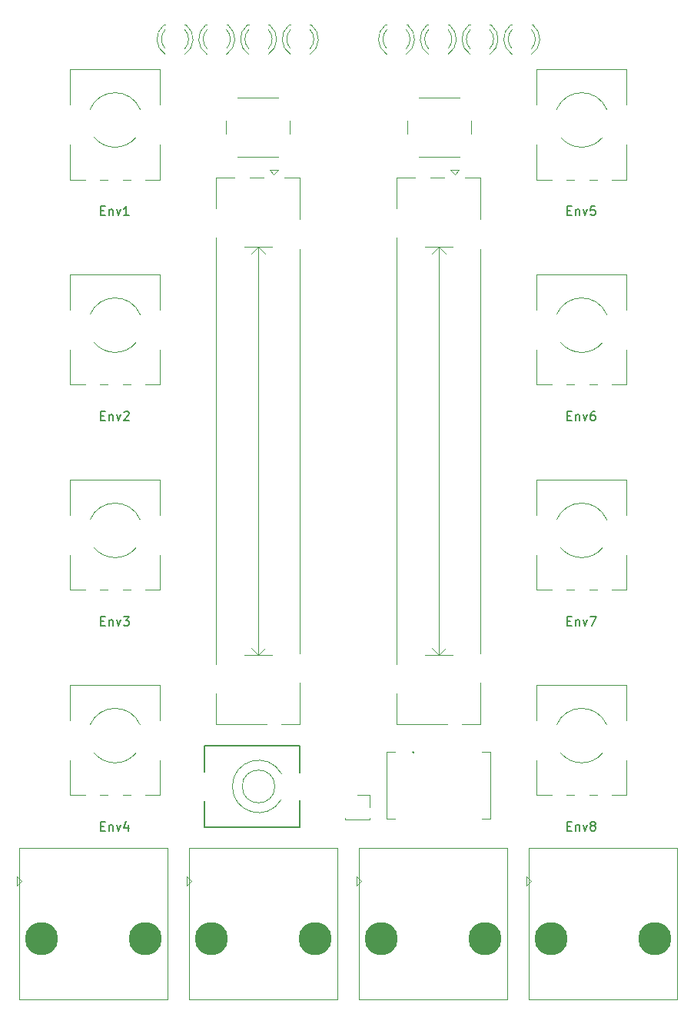
<source format=gbr>
%TF.GenerationSoftware,KiCad,Pcbnew,(6.0.11)*%
%TF.CreationDate,2023-05-23T14:40:20+01:00*%
%TF.ProjectId,Quango_Controls,5175616e-676f-45f4-936f-6e74726f6c73,rev?*%
%TF.SameCoordinates,Original*%
%TF.FileFunction,Legend,Top*%
%TF.FilePolarity,Positive*%
%FSLAX46Y46*%
G04 Gerber Fmt 4.6, Leading zero omitted, Abs format (unit mm)*
G04 Created by KiCad (PCBNEW (6.0.11)) date 2023-05-23 14:40:20*
%MOMM*%
%LPD*%
G01*
G04 APERTURE LIST*
%ADD10C,0.150000*%
%ADD11C,0.120000*%
%ADD12C,0.200000*%
%ADD13C,3.650000*%
G04 APERTURE END LIST*
D10*
%TO.C,Env1*%
X63236190Y-60868571D02*
X63569523Y-60868571D01*
X63712380Y-61392380D02*
X63236190Y-61392380D01*
X63236190Y-60392380D01*
X63712380Y-60392380D01*
X64140952Y-60725714D02*
X64140952Y-61392380D01*
X64140952Y-60820952D02*
X64188571Y-60773333D01*
X64283809Y-60725714D01*
X64426666Y-60725714D01*
X64521904Y-60773333D01*
X64569523Y-60868571D01*
X64569523Y-61392380D01*
X64950476Y-60725714D02*
X65188571Y-61392380D01*
X65426666Y-60725714D01*
X66331428Y-61392380D02*
X65760000Y-61392380D01*
X66045714Y-61392380D02*
X66045714Y-60392380D01*
X65950476Y-60535238D01*
X65855238Y-60630476D01*
X65760000Y-60678095D01*
%TO.C,Env2*%
X63236190Y-83468571D02*
X63569523Y-83468571D01*
X63712380Y-83992380D02*
X63236190Y-83992380D01*
X63236190Y-82992380D01*
X63712380Y-82992380D01*
X64140952Y-83325714D02*
X64140952Y-83992380D01*
X64140952Y-83420952D02*
X64188571Y-83373333D01*
X64283809Y-83325714D01*
X64426666Y-83325714D01*
X64521904Y-83373333D01*
X64569523Y-83468571D01*
X64569523Y-83992380D01*
X64950476Y-83325714D02*
X65188571Y-83992380D01*
X65426666Y-83325714D01*
X65760000Y-83087619D02*
X65807619Y-83040000D01*
X65902857Y-82992380D01*
X66140952Y-82992380D01*
X66236190Y-83040000D01*
X66283809Y-83087619D01*
X66331428Y-83182857D01*
X66331428Y-83278095D01*
X66283809Y-83420952D01*
X65712380Y-83992380D01*
X66331428Y-83992380D01*
%TO.C,Env3*%
X63236190Y-106068571D02*
X63569523Y-106068571D01*
X63712380Y-106592380D02*
X63236190Y-106592380D01*
X63236190Y-105592380D01*
X63712380Y-105592380D01*
X64140952Y-105925714D02*
X64140952Y-106592380D01*
X64140952Y-106020952D02*
X64188571Y-105973333D01*
X64283809Y-105925714D01*
X64426666Y-105925714D01*
X64521904Y-105973333D01*
X64569523Y-106068571D01*
X64569523Y-106592380D01*
X64950476Y-105925714D02*
X65188571Y-106592380D01*
X65426666Y-105925714D01*
X65712380Y-105592380D02*
X66331428Y-105592380D01*
X65998095Y-105973333D01*
X66140952Y-105973333D01*
X66236190Y-106020952D01*
X66283809Y-106068571D01*
X66331428Y-106163809D01*
X66331428Y-106401904D01*
X66283809Y-106497142D01*
X66236190Y-106544761D01*
X66140952Y-106592380D01*
X65855238Y-106592380D01*
X65760000Y-106544761D01*
X65712380Y-106497142D01*
%TO.C,Env5*%
X114636190Y-60868571D02*
X114969523Y-60868571D01*
X115112380Y-61392380D02*
X114636190Y-61392380D01*
X114636190Y-60392380D01*
X115112380Y-60392380D01*
X115540952Y-60725714D02*
X115540952Y-61392380D01*
X115540952Y-60820952D02*
X115588571Y-60773333D01*
X115683809Y-60725714D01*
X115826666Y-60725714D01*
X115921904Y-60773333D01*
X115969523Y-60868571D01*
X115969523Y-61392380D01*
X116350476Y-60725714D02*
X116588571Y-61392380D01*
X116826666Y-60725714D01*
X117683809Y-60392380D02*
X117207619Y-60392380D01*
X117160000Y-60868571D01*
X117207619Y-60820952D01*
X117302857Y-60773333D01*
X117540952Y-60773333D01*
X117636190Y-60820952D01*
X117683809Y-60868571D01*
X117731428Y-60963809D01*
X117731428Y-61201904D01*
X117683809Y-61297142D01*
X117636190Y-61344761D01*
X117540952Y-61392380D01*
X117302857Y-61392380D01*
X117207619Y-61344761D01*
X117160000Y-61297142D01*
%TO.C,Env4*%
X63236190Y-128668571D02*
X63569523Y-128668571D01*
X63712380Y-129192380D02*
X63236190Y-129192380D01*
X63236190Y-128192380D01*
X63712380Y-128192380D01*
X64140952Y-128525714D02*
X64140952Y-129192380D01*
X64140952Y-128620952D02*
X64188571Y-128573333D01*
X64283809Y-128525714D01*
X64426666Y-128525714D01*
X64521904Y-128573333D01*
X64569523Y-128668571D01*
X64569523Y-129192380D01*
X64950476Y-128525714D02*
X65188571Y-129192380D01*
X65426666Y-128525714D01*
X66236190Y-128525714D02*
X66236190Y-129192380D01*
X65998095Y-128144761D02*
X65760000Y-128859047D01*
X66379047Y-128859047D01*
%TO.C,Env8*%
X114636190Y-128668571D02*
X114969523Y-128668571D01*
X115112380Y-129192380D02*
X114636190Y-129192380D01*
X114636190Y-128192380D01*
X115112380Y-128192380D01*
X115540952Y-128525714D02*
X115540952Y-129192380D01*
X115540952Y-128620952D02*
X115588571Y-128573333D01*
X115683809Y-128525714D01*
X115826666Y-128525714D01*
X115921904Y-128573333D01*
X115969523Y-128668571D01*
X115969523Y-129192380D01*
X116350476Y-128525714D02*
X116588571Y-129192380D01*
X116826666Y-128525714D01*
X117350476Y-128620952D02*
X117255238Y-128573333D01*
X117207619Y-128525714D01*
X117160000Y-128430476D01*
X117160000Y-128382857D01*
X117207619Y-128287619D01*
X117255238Y-128240000D01*
X117350476Y-128192380D01*
X117540952Y-128192380D01*
X117636190Y-128240000D01*
X117683809Y-128287619D01*
X117731428Y-128382857D01*
X117731428Y-128430476D01*
X117683809Y-128525714D01*
X117636190Y-128573333D01*
X117540952Y-128620952D01*
X117350476Y-128620952D01*
X117255238Y-128668571D01*
X117207619Y-128716190D01*
X117160000Y-128811428D01*
X117160000Y-129001904D01*
X117207619Y-129097142D01*
X117255238Y-129144761D01*
X117350476Y-129192380D01*
X117540952Y-129192380D01*
X117636190Y-129144761D01*
X117683809Y-129097142D01*
X117731428Y-129001904D01*
X117731428Y-128811428D01*
X117683809Y-128716190D01*
X117636190Y-128668571D01*
X117540952Y-128620952D01*
%TO.C,Env7*%
X114636190Y-106068571D02*
X114969523Y-106068571D01*
X115112380Y-106592380D02*
X114636190Y-106592380D01*
X114636190Y-105592380D01*
X115112380Y-105592380D01*
X115540952Y-105925714D02*
X115540952Y-106592380D01*
X115540952Y-106020952D02*
X115588571Y-105973333D01*
X115683809Y-105925714D01*
X115826666Y-105925714D01*
X115921904Y-105973333D01*
X115969523Y-106068571D01*
X115969523Y-106592380D01*
X116350476Y-105925714D02*
X116588571Y-106592380D01*
X116826666Y-105925714D01*
X117112380Y-105592380D02*
X117779047Y-105592380D01*
X117350476Y-106592380D01*
%TO.C,Env6*%
X114636190Y-83468571D02*
X114969523Y-83468571D01*
X115112380Y-83992380D02*
X114636190Y-83992380D01*
X114636190Y-82992380D01*
X115112380Y-82992380D01*
X115540952Y-83325714D02*
X115540952Y-83992380D01*
X115540952Y-83420952D02*
X115588571Y-83373333D01*
X115683809Y-83325714D01*
X115826666Y-83325714D01*
X115921904Y-83373333D01*
X115969523Y-83468571D01*
X115969523Y-83992380D01*
X116350476Y-83325714D02*
X116588571Y-83992380D01*
X116826666Y-83325714D01*
X117636190Y-82992380D02*
X117445714Y-82992380D01*
X117350476Y-83040000D01*
X117302857Y-83087619D01*
X117207619Y-83230476D01*
X117160000Y-83420952D01*
X117160000Y-83801904D01*
X117207619Y-83897142D01*
X117255238Y-83944761D01*
X117350476Y-83992380D01*
X117540952Y-83992380D01*
X117636190Y-83944761D01*
X117683809Y-83897142D01*
X117731428Y-83801904D01*
X117731428Y-83563809D01*
X117683809Y-83468571D01*
X117636190Y-83420952D01*
X117540952Y-83373333D01*
X117350476Y-83373333D01*
X117255238Y-83420952D01*
X117207619Y-83468571D01*
X117160000Y-83563809D01*
D11*
%TO.C,A3*%
X79520000Y-40440000D02*
X79364000Y-40440000D01*
X81836000Y-40440000D02*
X81680000Y-40440000D01*
X81678608Y-43672335D02*
G75*
G03*
X81835516Y-40440000I-1078609J1672335D01*
G01*
X81679837Y-43041130D02*
G75*
G03*
X81680000Y-40959039I-1079837J1041130D01*
G01*
X79364484Y-40440000D02*
G75*
G03*
X79521392Y-43672335I1235517J-1560000D01*
G01*
X79520000Y-40959039D02*
G75*
G03*
X79520163Y-43041130I1080000J-1040961D01*
G01*
D12*
%TO.C,J9*%
X85100000Y-128800000D02*
X74600000Y-128800000D01*
X85100000Y-128800000D02*
X85100000Y-125800000D01*
X74600000Y-122700000D02*
X74600000Y-119800000D01*
X85100000Y-122800000D02*
X85100000Y-119800000D01*
X74600000Y-128800000D02*
X74600000Y-125900000D01*
X85100000Y-119800000D02*
X74600000Y-119800000D01*
D11*
X83126375Y-122896458D02*
G75*
G03*
X83100000Y-125750000I-2524756J-1403557D01*
G01*
X82400000Y-124300000D02*
G75*
G03*
X82400000Y-124300000I-1800000J0D01*
G01*
%TO.C,Env1*%
X68125000Y-57460000D02*
X69760000Y-57460000D01*
X59839000Y-49205000D02*
X59839000Y-45340000D01*
X59839000Y-57460000D02*
X61475000Y-57460000D01*
X59839000Y-45340000D02*
X69760000Y-45340000D01*
X63125000Y-57460000D02*
X63975000Y-57460000D01*
X69760000Y-57460000D02*
X69760000Y-53594000D01*
X65625000Y-57460000D02*
X66475000Y-57460000D01*
X69760000Y-49205000D02*
X69760000Y-45340000D01*
X59839000Y-57460000D02*
X59839000Y-53594000D01*
X62502000Y-52828000D02*
G75*
G03*
X67097753Y-52828295I2298000J1928000D01*
G01*
X67562000Y-49727000D02*
G75*
G03*
X62037568Y-49728018I-2762000J-1173000D01*
G01*
%TO.C,J5*%
X70600000Y-147720000D02*
X54250000Y-147720000D01*
X54000000Y-135250000D02*
X54500000Y-134750000D01*
X70600000Y-131080000D02*
X54250000Y-131080000D01*
X54500000Y-134750000D02*
X54000000Y-134250000D01*
X54000000Y-134250000D02*
X54000000Y-135250000D01*
X70600000Y-131080000D02*
X70600000Y-147720000D01*
X54250000Y-131080000D02*
X54250000Y-147720000D01*
%TO.C,B1*%
X94720000Y-40440000D02*
X94564000Y-40440000D01*
X97036000Y-40440000D02*
X96880000Y-40440000D01*
X96878608Y-43672335D02*
G75*
G03*
X97035516Y-40440000I-1078609J1672335D01*
G01*
X94564484Y-40440000D02*
G75*
G03*
X94721392Y-43672335I1235517J-1560000D01*
G01*
X94720000Y-40959039D02*
G75*
G03*
X94720163Y-43041130I1080000J-1040961D01*
G01*
X96879837Y-43041130D02*
G75*
G03*
X96880000Y-40959039I-1079837J1041130D01*
G01*
%TO.C,Env2*%
X59839000Y-67940000D02*
X69760000Y-67940000D01*
X63125000Y-80060000D02*
X63975000Y-80060000D01*
X68125000Y-80060000D02*
X69760000Y-80060000D01*
X69760000Y-71805000D02*
X69760000Y-67940000D01*
X59839000Y-80060000D02*
X59839000Y-76194000D01*
X69760000Y-80060000D02*
X69760000Y-76194000D01*
X65625000Y-80060000D02*
X66475000Y-80060000D01*
X59839000Y-80060000D02*
X61475000Y-80060000D01*
X59839000Y-71805000D02*
X59839000Y-67940000D01*
X62502000Y-75428000D02*
G75*
G03*
X67097753Y-75428295I2298000J1928000D01*
G01*
X67562000Y-72327000D02*
G75*
G03*
X62037568Y-72328018I-2762000J-1173000D01*
G01*
%TO.C,J7*%
X73200000Y-134750000D02*
X72700000Y-134250000D01*
X72700000Y-135250000D02*
X73200000Y-134750000D01*
X89300000Y-131080000D02*
X72950000Y-131080000D01*
X72700000Y-134250000D02*
X72700000Y-135250000D01*
X89300000Y-147720000D02*
X72950000Y-147720000D01*
X72950000Y-131080000D02*
X72950000Y-147720000D01*
X89300000Y-131080000D02*
X89300000Y-147720000D01*
%TO.C,A4*%
X86436000Y-40440000D02*
X86280000Y-40440000D01*
X84120000Y-40440000D02*
X83964000Y-40440000D01*
X86278608Y-43672335D02*
G75*
G03*
X86435516Y-40440000I-1078609J1672335D01*
G01*
X84120000Y-40959039D02*
G75*
G03*
X84120163Y-43041130I1080000J-1040961D01*
G01*
X86279837Y-43041130D02*
G75*
G03*
X86280000Y-40959039I-1079837J1041130D01*
G01*
X83964484Y-40440000D02*
G75*
G03*
X84121392Y-43672335I1235517J-1560000D01*
G01*
%TO.C,SW1*%
X82750000Y-48450000D02*
X78250000Y-48450000D01*
X84000000Y-52450000D02*
X84000000Y-50950000D01*
X77000000Y-50950000D02*
X77000000Y-52450000D01*
X78250000Y-54950000D02*
X82750000Y-54950000D01*
%TO.C,Env3*%
X59839000Y-102660000D02*
X61475000Y-102660000D01*
X68125000Y-102660000D02*
X69760000Y-102660000D01*
X59839000Y-102660000D02*
X59839000Y-98794000D01*
X69760000Y-94405000D02*
X69760000Y-90540000D01*
X59839000Y-90540000D02*
X69760000Y-90540000D01*
X63125000Y-102660000D02*
X63975000Y-102660000D01*
X69760000Y-102660000D02*
X69760000Y-98794000D01*
X59839000Y-94405000D02*
X59839000Y-90540000D01*
X65625000Y-102660000D02*
X66475000Y-102660000D01*
X62502000Y-98028000D02*
G75*
G03*
X67097753Y-98028295I2298000J1928000D01*
G01*
X67562000Y-94927000D02*
G75*
G03*
X62037568Y-94928018I-2762000J-1173000D01*
G01*
%TO.C,Env5*%
X117025000Y-57460000D02*
X117875000Y-57460000D01*
X119525000Y-57460000D02*
X121160000Y-57460000D01*
X114525000Y-57460000D02*
X115375000Y-57460000D01*
X111239000Y-57460000D02*
X112875000Y-57460000D01*
X121160000Y-57460000D02*
X121160000Y-53594000D01*
X111239000Y-49205000D02*
X111239000Y-45340000D01*
X111239000Y-45340000D02*
X121160000Y-45340000D01*
X121160000Y-49205000D02*
X121160000Y-45340000D01*
X111239000Y-57460000D02*
X111239000Y-53594000D01*
X118962000Y-49727000D02*
G75*
G03*
X113437568Y-49728018I-2762000J-1173000D01*
G01*
X113902000Y-52828000D02*
G75*
G03*
X118497753Y-52828295I2298000J1928000D01*
G01*
%TO.C,Level1*%
X75930000Y-114086000D02*
X75930000Y-117470000D01*
X81125000Y-57230000D02*
X79622000Y-57230000D01*
X81477000Y-117470000D02*
X75930000Y-117470000D01*
X85170000Y-117470000D02*
X83123000Y-117470000D01*
X80550000Y-109850000D02*
X79800000Y-109100000D01*
X82800000Y-56425000D02*
X81800000Y-56425000D01*
X85170000Y-65086000D02*
X85170000Y-109615000D01*
X82050000Y-64850000D02*
X79050000Y-64850000D01*
X81300000Y-109100000D02*
X80550000Y-109850000D01*
X81800000Y-56425000D02*
X82300000Y-56925000D01*
X77977000Y-57230000D02*
X75930000Y-57230000D01*
X85170000Y-57230000D02*
X83475000Y-57230000D01*
X85170000Y-112886000D02*
X85170000Y-117470000D01*
X75930000Y-63886000D02*
X75930000Y-110815000D01*
X75930000Y-57230000D02*
X75930000Y-60615000D01*
X80550000Y-64850000D02*
X80550000Y-109850000D01*
X80550000Y-64850000D02*
X79800000Y-65600000D01*
X82050000Y-109850000D02*
X79050000Y-109850000D01*
X85170000Y-57230000D02*
X85170000Y-61815000D01*
X81300000Y-65600000D02*
X80550000Y-64850000D01*
X82300000Y-56925000D02*
X82800000Y-56425000D01*
%TO.C,B4*%
X108520000Y-40440000D02*
X108364000Y-40440000D01*
X110836000Y-40440000D02*
X110680000Y-40440000D01*
X108520000Y-40959039D02*
G75*
G03*
X108520163Y-43041130I1080000J-1040961D01*
G01*
X110679837Y-43041130D02*
G75*
G03*
X110680000Y-40959039I-1079837J1041130D01*
G01*
X108364484Y-40440000D02*
G75*
G03*
X108521392Y-43672335I1235517J-1560000D01*
G01*
X110678608Y-43672335D02*
G75*
G03*
X110835516Y-40440000I-1078609J1672335D01*
G01*
%TO.C,A1*%
X70320000Y-40440000D02*
X70164000Y-40440000D01*
X72636000Y-40440000D02*
X72480000Y-40440000D01*
X72478608Y-43672335D02*
G75*
G03*
X72635516Y-40440000I-1078609J1672335D01*
G01*
X70164484Y-40440000D02*
G75*
G03*
X70321392Y-43672335I1235517J-1560000D01*
G01*
X72479837Y-43041130D02*
G75*
G03*
X72480000Y-40959039I-1079837J1041130D01*
G01*
X70320000Y-40959039D02*
G75*
G03*
X70320163Y-43041130I1080000J-1040961D01*
G01*
%TO.C,Level2*%
X105070000Y-117470000D02*
X103023000Y-117470000D01*
X101025000Y-57230000D02*
X99522000Y-57230000D01*
X102200000Y-56925000D02*
X102700000Y-56425000D01*
X105070000Y-112886000D02*
X105070000Y-117470000D01*
X105070000Y-65086000D02*
X105070000Y-109615000D01*
X105070000Y-57230000D02*
X103375000Y-57230000D01*
X100450000Y-64850000D02*
X100450000Y-109850000D01*
X101950000Y-64850000D02*
X98950000Y-64850000D01*
X101377000Y-117470000D02*
X95830000Y-117470000D01*
X101200000Y-109100000D02*
X100450000Y-109850000D01*
X101950000Y-109850000D02*
X98950000Y-109850000D01*
X95830000Y-57230000D02*
X95830000Y-60615000D01*
X105070000Y-57230000D02*
X105070000Y-61815000D01*
X102700000Y-56425000D02*
X101700000Y-56425000D01*
X101700000Y-56425000D02*
X102200000Y-56925000D01*
X100450000Y-109850000D02*
X99700000Y-109100000D01*
X95830000Y-114086000D02*
X95830000Y-117470000D01*
X101200000Y-65600000D02*
X100450000Y-64850000D01*
X100450000Y-64850000D02*
X99700000Y-65600000D01*
X95830000Y-63886000D02*
X95830000Y-110815000D01*
X97877000Y-57230000D02*
X95830000Y-57230000D01*
%TO.C,B2*%
X101636000Y-40440000D02*
X101480000Y-40440000D01*
X99320000Y-40440000D02*
X99164000Y-40440000D01*
X101478608Y-43672335D02*
G75*
G03*
X101635516Y-40440000I-1078609J1672335D01*
G01*
X99164484Y-40440000D02*
G75*
G03*
X99321392Y-43672335I1235517J-1560000D01*
G01*
X99320000Y-40959039D02*
G75*
G03*
X99320163Y-43041130I1080000J-1040961D01*
G01*
X101479837Y-43041130D02*
G75*
G03*
X101480000Y-40959039I-1079837J1041130D01*
G01*
%TO.C,A2*%
X74920000Y-40440000D02*
X74764000Y-40440000D01*
X77236000Y-40440000D02*
X77080000Y-40440000D01*
X74920000Y-40959039D02*
G75*
G03*
X74920163Y-43041130I1080000J-1040961D01*
G01*
X77078608Y-43672335D02*
G75*
G03*
X77235516Y-40440000I-1078609J1672335D01*
G01*
X77079837Y-43041130D02*
G75*
G03*
X77080000Y-40959039I-1079837J1041130D01*
G01*
X74764484Y-40440000D02*
G75*
G03*
X74921392Y-43672335I1235517J-1560000D01*
G01*
%TO.C,Env4*%
X59839000Y-125260000D02*
X59839000Y-121394000D01*
X65625000Y-125260000D02*
X66475000Y-125260000D01*
X68125000Y-125260000D02*
X69760000Y-125260000D01*
X59839000Y-117005000D02*
X59839000Y-113140000D01*
X63125000Y-125260000D02*
X63975000Y-125260000D01*
X59839000Y-125260000D02*
X61475000Y-125260000D01*
X69760000Y-125260000D02*
X69760000Y-121394000D01*
X69760000Y-117005000D02*
X69760000Y-113140000D01*
X59839000Y-113140000D02*
X69760000Y-113140000D01*
X67562000Y-117527000D02*
G75*
G03*
X62037568Y-117528018I-2762000J-1173000D01*
G01*
X62502000Y-120628000D02*
G75*
G03*
X67097753Y-120628295I2298000J1928000D01*
G01*
%TO.C,J6*%
X110100000Y-135250000D02*
X110600000Y-134750000D01*
X126700000Y-131080000D02*
X126700000Y-147720000D01*
X126700000Y-147720000D02*
X110350000Y-147720000D01*
X110600000Y-134750000D02*
X110100000Y-134250000D01*
X110100000Y-134250000D02*
X110100000Y-135250000D01*
X110350000Y-131080000D02*
X110350000Y-147720000D01*
X126700000Y-131080000D02*
X110350000Y-131080000D01*
%TO.C,TP1*%
X90170000Y-127810000D02*
X90170000Y-127930000D01*
X92830000Y-125270000D02*
X92830000Y-126600000D01*
X91500000Y-125270000D02*
X92830000Y-125270000D01*
X90170000Y-127930000D02*
X92830000Y-127930000D01*
X92830000Y-127810000D02*
X92830000Y-127930000D01*
%TO.C,SW2*%
X102750000Y-48450000D02*
X98250000Y-48450000D01*
X104000000Y-52450000D02*
X104000000Y-50950000D01*
X97000000Y-50950000D02*
X97000000Y-52450000D01*
X98250000Y-54950000D02*
X102750000Y-54950000D01*
%TO.C,B3*%
X103920000Y-40440000D02*
X103764000Y-40440000D01*
X106236000Y-40440000D02*
X106080000Y-40440000D01*
X106079837Y-43041130D02*
G75*
G03*
X106080000Y-40959039I-1079837J1041130D01*
G01*
X103764484Y-40440000D02*
G75*
G03*
X103921392Y-43672335I1235517J-1560000D01*
G01*
X106078608Y-43672335D02*
G75*
G03*
X106235516Y-40440000I-1078609J1672335D01*
G01*
X103920000Y-40959039D02*
G75*
G03*
X103920163Y-43041130I1080000J-1040961D01*
G01*
%TO.C,Env8*%
X111239000Y-125260000D02*
X112875000Y-125260000D01*
X111239000Y-125260000D02*
X111239000Y-121394000D01*
X121160000Y-125260000D02*
X121160000Y-121394000D01*
X111239000Y-113140000D02*
X121160000Y-113140000D01*
X114525000Y-125260000D02*
X115375000Y-125260000D01*
X111239000Y-117005000D02*
X111239000Y-113140000D01*
X119525000Y-125260000D02*
X121160000Y-125260000D01*
X121160000Y-117005000D02*
X121160000Y-113140000D01*
X117025000Y-125260000D02*
X117875000Y-125260000D01*
X113902000Y-120628000D02*
G75*
G03*
X118497753Y-120628295I2298000J1928000D01*
G01*
X118962000Y-117527000D02*
G75*
G03*
X113437568Y-117528018I-2762000J-1173000D01*
G01*
%TO.C,J10*%
X91650000Y-131080000D02*
X91650000Y-147720000D01*
X108000000Y-131080000D02*
X108000000Y-147720000D01*
X108000000Y-147720000D02*
X91650000Y-147720000D01*
X91400000Y-134250000D02*
X91400000Y-135250000D01*
X108000000Y-131080000D02*
X91650000Y-131080000D01*
X91400000Y-135250000D02*
X91900000Y-134750000D01*
X91900000Y-134750000D02*
X91400000Y-134250000D01*
%TO.C,J8*%
X94700000Y-120500000D02*
X95600000Y-120500000D01*
X94700000Y-120500000D02*
X94700000Y-127900000D01*
X105200000Y-127900000D02*
X106100000Y-127900000D01*
X106100000Y-120500000D02*
X106100000Y-127900000D01*
X105200000Y-120500000D02*
X106100000Y-120500000D01*
X94700000Y-127900000D02*
X95600000Y-127900000D01*
X97761803Y-120550000D02*
G75*
G03*
X97761803Y-120550000I-111803J0D01*
G01*
%TO.C,Env7*%
X121160000Y-102660000D02*
X121160000Y-98794000D01*
X111239000Y-102660000D02*
X112875000Y-102660000D01*
X121160000Y-94405000D02*
X121160000Y-90540000D01*
X114525000Y-102660000D02*
X115375000Y-102660000D01*
X119525000Y-102660000D02*
X121160000Y-102660000D01*
X111239000Y-90540000D02*
X121160000Y-90540000D01*
X111239000Y-102660000D02*
X111239000Y-98794000D01*
X117025000Y-102660000D02*
X117875000Y-102660000D01*
X111239000Y-94405000D02*
X111239000Y-90540000D01*
X113902000Y-98028000D02*
G75*
G03*
X118497753Y-98028295I2298000J1928000D01*
G01*
X118962000Y-94927000D02*
G75*
G03*
X113437568Y-94928018I-2762000J-1173000D01*
G01*
%TO.C,Env6*%
X111239000Y-80060000D02*
X111239000Y-76194000D01*
X111239000Y-71805000D02*
X111239000Y-67940000D01*
X119525000Y-80060000D02*
X121160000Y-80060000D01*
X121160000Y-80060000D02*
X121160000Y-76194000D01*
X111239000Y-67940000D02*
X121160000Y-67940000D01*
X114525000Y-80060000D02*
X115375000Y-80060000D01*
X111239000Y-80060000D02*
X112875000Y-80060000D01*
X121160000Y-71805000D02*
X121160000Y-67940000D01*
X117025000Y-80060000D02*
X117875000Y-80060000D01*
X113902000Y-75428000D02*
G75*
G03*
X118497753Y-75428295I2298000J1928000D01*
G01*
X118962000Y-72327000D02*
G75*
G03*
X113437568Y-72328018I-2762000J-1173000D01*
G01*
%TD*%
D13*
%TO.C,J5*%
X56730000Y-141100000D03*
X68160000Y-141100000D03*
%TD*%
%TO.C,J7*%
X86860000Y-141100000D03*
X75430000Y-141100000D03*
%TD*%
%TO.C,J6*%
X112830000Y-141100000D03*
X124260000Y-141100000D03*
%TD*%
%TO.C,J10*%
X105560000Y-141100000D03*
X94130000Y-141100000D03*
%TD*%
M02*

</source>
